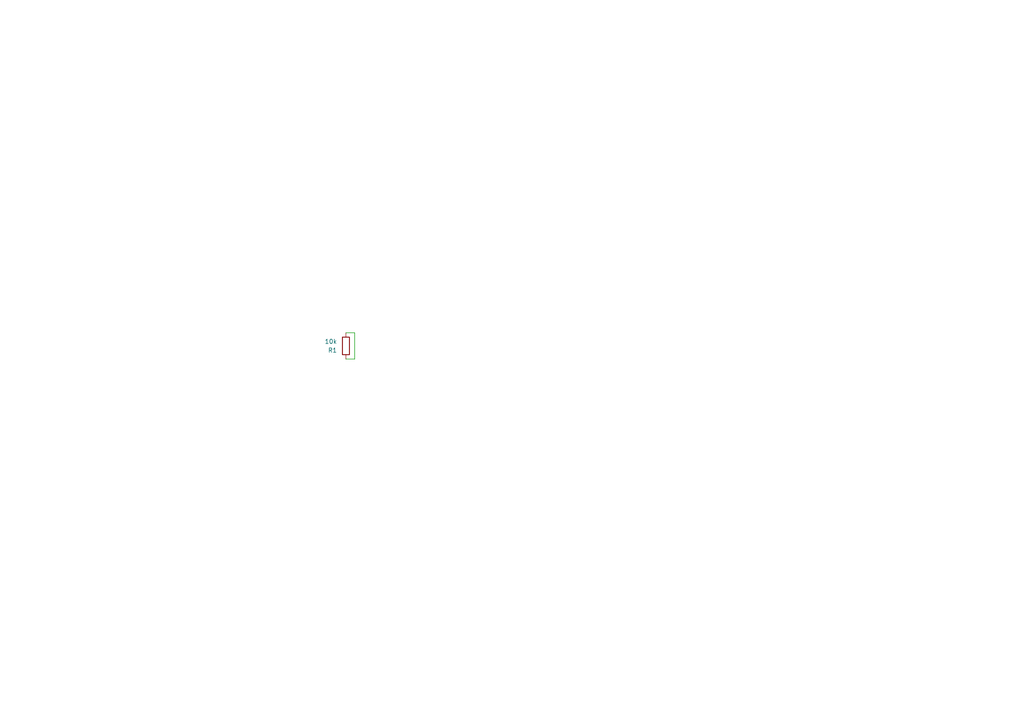
<source format=kicad_sch>
(kicad_sch (version 20250114) (generator "eeschema") (generator_version "9.0")
  (paper "A4")
  (title_block (title "Rotated Resistor 0deg"))
  (lib_symbols
    (symbol "Device:R" (pin_numbers (hide yes)) (pin_names (offset 0))
      (property "Reference" "R" (at 2.032 0 90))
      (property "Value" "R" (at 0 0 90))
      (symbol "R_0_1"
        (rectangle (start -1.016 -2.54) (end 1.016 2.54) (stroke (width 0.254)))
      )
      (symbol "R_1_1"
        (pin passive line (at 0 3.81 270) (length 1.27) (name "~") (number "1"))
        (pin passive line (at 0 -3.81 90) (length 1.27) (name "~") (number "2"))
      )
    )
  )
  (wire (pts (xy 100.33 104.14) (xy 102.87 104.14)))
  (wire (pts (xy 102.87 96.52) (xy 100.33 96.52)))
  (wire (pts (xy 102.87 104.14) (xy 102.87 96.52)))
  (symbol (lib_id "Device:R") (at 100.33 100.33 180) (unit 1)
    (property "Reference" "R1" (at 97.79 101.6001 0) (effects (justify left)))
    (property "Value" "10k" (at 97.79 99.0601 0) (effects (justify left)))
    (property "Description" "Resistor" (effects (hide yes)))
  )
)
</source>
